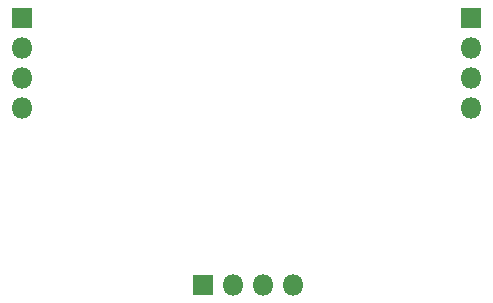
<source format=gbr>
%TF.GenerationSoftware,KiCad,Pcbnew,(5.1.6)-1*%
%TF.CreationDate,2020-10-09T22:46:55+01:00*%
%TF.ProjectId,LED Panel,4c454420-5061-46e6-956c-2e6b69636164,rev?*%
%TF.SameCoordinates,Original*%
%TF.FileFunction,Soldermask,Bot*%
%TF.FilePolarity,Negative*%
%FSLAX46Y46*%
G04 Gerber Fmt 4.6, Leading zero omitted, Abs format (unit mm)*
G04 Created by KiCad (PCBNEW (5.1.6)-1) date 2020-10-09 22:46:55*
%MOMM*%
%LPD*%
G01*
G04 APERTURE LIST*
%ADD10R,1.800000X1.800000*%
%ADD11O,1.800000X1.800000*%
G04 APERTURE END LIST*
D10*
%TO.C,J1*%
X111000000Y-140000000D03*
D11*
X111000000Y-142540000D03*
X111000000Y-145080000D03*
X111000000Y-147620000D03*
%TD*%
D10*
%TO.C,J2*%
X126300000Y-162660000D03*
D11*
X128840000Y-162660000D03*
X131380000Y-162660000D03*
X133920000Y-162660000D03*
%TD*%
%TO.C,J3*%
X149000000Y-147620000D03*
X149000000Y-145080000D03*
X149000000Y-142540000D03*
D10*
X149000000Y-140000000D03*
%TD*%
M02*

</source>
